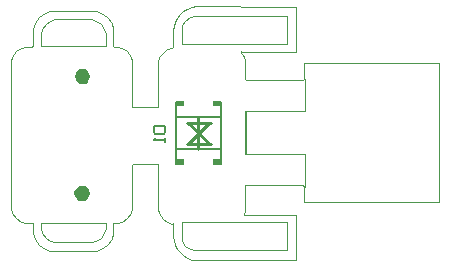
<source format=gbo>
%FSTAX23Y23*%
%MOIN*%
%SFA1B1*%

%IPPOS*%
%ADD11C,0.010000*%
%ADD12C,0.006000*%
%ADD14C,0.007000*%
%ADD15C,0.002700*%
%ADD41C,0.002710*%
%LNusb-1*%
%LPD*%
G36*
X01428Y01724D02*
X01436Y01718D01*
X01441Y0171*
X01443Y01703*
Y01698*
X01441Y01691*
X01436Y01683*
X01428Y01677*
X0142Y01675*
X01415*
X01408Y01677*
X014Y01683*
X01395Y01691*
X01393Y01698*
Y01703*
X01395Y0171*
X014Y01718*
X01408Y01724*
X01415Y01726*
X0142*
X01428Y01724*
G37*
G36*
X0188Y01602D02*
X01852D01*
Y0162*
X0188*
Y01602*
G37*
G36*
X01757D02*
X0173D01*
Y0162*
X01757*
Y01602*
G37*
G36*
X0188Y01407D02*
X01852D01*
Y01425*
X0188*
Y01407*
G37*
G36*
X01757D02*
X0173D01*
Y01425*
X01757*
Y01407*
G37*
G36*
X01427Y01335D02*
X01436Y0133D01*
X01441Y01321*
X01443Y01313*
Y01308*
X01441Y01301*
X01436Y01292*
X01427Y01287*
X01419Y01285*
X01414*
X01407Y01287*
X01398Y01292*
X01393Y01301*
X01391Y01308*
Y01313*
X01393Y01321*
X01398Y0133*
X01407Y01335*
X01414Y01337*
X01419*
X01427Y01335*
G37*
G54D11*
X0184Y01477D02*
X01845D01*
X01805Y01512D02*
X0184Y01477D01*
X0177D02*
X01805Y01512D01*
X01765Y01477D02*
X0177D01*
X01765D02*
X01845D01*
X01765Y01547D02*
X0177D01*
X01805Y01512*
X0184Y01547*
X01845*
X01765D02*
X01845D01*
X01804Y01459D02*
Y01565D01*
G54D12*
X0173Y01565D02*
X01879D01*
X0173Y01459D02*
X01879D01*
X01879Y0141D02*
X0188Y01616D01*
X0173Y01617D02*
X0173Y01409D01*
G54D14*
X01655Y01536D02*
X01694D01*
Y01516*
X01688Y0151*
X01661*
X01655Y01516*
Y01536*
X01694Y01496D02*
Y01483D01*
Y0149*
X01655*
X01661Y01496*
G54D15*
X01963Y01585D02*
D01*
D01*
G75*
G03X0196I-00001J0D01*
G74*G01*
Y01443D02*
D01*
D01*
G75*
G03X01962Y01441I00001J0D01*
G74*G01*
X02159Y01331D02*
Y01441D01*
Y01585D02*
Y01692D01*
X01962Y01441D02*
X02159D01*
X01963Y01444D02*
Y01585D01*
X0196Y01443D02*
Y01585D01*
X01252Y01211D02*
D01*
D01*
G75*
G03X01251Y01212I-00001J0D01*
G74*G01*
Y018D02*
D01*
D01*
G75*
G03X01252Y01802I0J00001D01*
G74*G01*
X01521D02*
D01*
D01*
G75*
G03X01522Y018I00001J0D01*
G74*G01*
X0172Y01798D02*
D01*
D01*
G75*
G03X01721Y01799I-0J00001D01*
G74*G01*
X01947Y01783D02*
D01*
D01*
G75*
G03X01946Y0178I0J-00001D01*
G74*G01*
X0196Y01692D02*
D01*
D01*
G75*
G03X01962Y0169I00001J0D01*
G74*G01*
X02157Y01693D02*
D01*
D01*
G75*
G03X02157Y01695I-00002J00001D01*
G74*G01*
Y01335D02*
D01*
D01*
G75*
G03X02157Y01335I-00002J0D01*
G74*G01*
X01962Y01338D02*
D01*
D01*
G75*
G03X0196Y01336I0J-00001D01*
G74*G01*
X01955Y01242D02*
D01*
D01*
G75*
G03X01957Y0124I00001J-0D01*
G74*G01*
X01721Y01209D02*
D01*
D01*
G75*
G03X0172Y0121I-00001J-0D01*
G74*G01*
X01522Y01212D02*
D01*
D01*
G75*
G03X01521Y01211I0J-00001D01*
G74*G01*
X01583Y01599D02*
X01585Y01598D01*
X01669D02*
X0167Y01599D01*
X01583Y01407D02*
X01585Y01409D01*
X01669D02*
X0167Y01407D01*
X02154Y0169D02*
X02157Y01693D01*
X01962Y0169D02*
X02154D01*
X02154Y01338D02*
X02157Y01335D01*
X02157Y01335D02*
Y01335D01*
X01962Y01338D02*
X02154D01*
X01776Y01125D02*
X01792Y01121D01*
X01761Y01137D02*
X01776Y01125D01*
X01751Y01153D02*
X01761Y01137D01*
X01748Y01166D02*
X01751Y01153D01*
X01748Y01166D02*
Y01214D01*
X02099*
Y01122D02*
Y01214D01*
X02096Y01122D02*
X02099Y01122D01*
X02087Y01122D02*
X02096Y01122D01*
X02074Y01122D02*
X02087Y01122D01*
X02056Y01122D02*
X02074Y01122D01*
X02035Y01122D02*
X02056Y01122D01*
X02012Y01122D02*
X02035Y01122D01*
X01987Y01122D02*
X02012Y01122D01*
X0196Y01122D02*
X01987Y01122D01*
X01933Y01122D02*
X0196Y01122D01*
X01907Y01121D02*
X01933Y01122D01*
X01882Y01121D02*
X01907Y01121D01*
X01858Y01121D02*
X01882Y01121D01*
X01837Y01121D02*
X01858Y01121D01*
X0182Y01121D02*
X01837Y01121D01*
X01806Y01121D02*
X0182Y01121D01*
X018Y01121D02*
X01806Y01121D01*
X01792Y01121D02*
X018D01*
X01295Y01163D02*
X01311Y01152D01*
X01327Y01148*
X01447*
X01463Y01152*
X0148Y01163*
X01491Y0118*
X01496Y01196*
Y01213*
X01279D02*
X01496D01*
X01279Y01196D02*
Y01213D01*
Y01196D02*
X01283Y0118D01*
X01295Y01163*
X01279Y01801D02*
X01496D01*
Y01843*
X01491Y01859D02*
X01496Y01843D01*
X0148Y01876D02*
X01491Y01859D01*
X01463Y01887D02*
X0148Y01876D01*
X01447Y01891D02*
X01463Y01887D01*
X01327Y01891D02*
X01447D01*
X01311Y01887D02*
X01327Y01891D01*
X01295Y01876D02*
X01311Y01887D01*
X01283Y01859D02*
X01295Y01876D01*
X01279Y01843D02*
X01283Y01859D01*
X01279Y01801D02*
Y01843D01*
X01748Y0181D02*
X02099D01*
Y01902*
X02096Y01902D02*
X02099Y01902D01*
X02087Y01902D02*
X02096Y01902D01*
X02074Y01902D02*
X02087Y01902D01*
X02056Y01902D02*
X02074Y01902D01*
X02035Y01902D02*
X02056Y01902D01*
X02012Y01902D02*
X02035Y01902D01*
X01987Y01903D02*
X02012Y01902D01*
X0196Y01903D02*
X01987Y01903D01*
X01933Y01903D02*
X0196Y01903D01*
X01907Y01903D02*
X01933Y01903D01*
X01882Y01903D02*
X01907Y01903D01*
X01858Y01903D02*
X01882Y01903D01*
X01837Y01903D02*
X01858Y01903D01*
X0182Y01903D02*
X01837Y01903D01*
X01806Y01903D02*
X0182Y01903D01*
X018Y01903D02*
X01806Y01903D01*
X01792Y01903D02*
X018D01*
X01776Y01899D02*
X01792Y01903D01*
X01761Y01887D02*
X01776Y01899D01*
X01751Y01872D02*
X01761Y01887D01*
X01748Y01858D02*
X01751Y01872D01*
X01748Y0181D02*
Y01858D01*
X01272Y01138D02*
X01292Y01124D01*
X01258Y01159D02*
X01272Y01138D01*
X01252Y01178D02*
X01258Y01159D01*
X01252Y01178D02*
Y01211D01*
X01229Y01212D02*
X01251D01*
X01213Y01217D02*
X01229Y01212D01*
X01195Y01228D02*
X01213Y01217D01*
X01184Y01246D02*
X01195Y01228D01*
X0118Y01261D02*
X01184Y01246D01*
X0118Y01261D02*
Y01752D01*
X01184Y01767*
X01195Y01785*
X01213Y01796*
X01229Y018*
X01251*
X01252Y01802D02*
Y01859D01*
X01258Y01878*
X01272Y01899*
X01292Y01913*
X01311Y01918*
X01462*
X01481Y01913*
X01501Y01899*
X01516Y01878*
X01521Y01859*
Y01802D02*
Y01859D01*
X01522Y018D02*
X01534D01*
X0155Y01796*
X01567Y01785*
X01579Y01767*
X01583Y01752*
Y01599D02*
Y01752D01*
X01585Y01598D02*
X01669D01*
X0167Y01599D02*
Y01749D01*
X01674Y01764*
X01685Y0178*
X017Y01792*
X01715Y01797*
X0172Y01798*
X01721Y01799D02*
Y01857D01*
X01722Y01868*
X01726Y01882*
X01733Y01896*
X01742Y01908*
X01753Y01919*
X01767Y01927*
X01783Y01932*
X01797Y01934*
X01805*
X01814Y01934*
X01832Y01934*
X01852Y01934*
X01876Y01934*
X01902Y01934*
X0193Y01934*
X01959Y01933*
X01987Y01933*
X02015Y01933*
X02042Y01933*
X02066Y01933*
X02088Y01932*
X02106Y01932*
X0212Y01932*
X02129Y01932*
X02131Y01932*
Y01783D02*
Y01932D01*
X01947Y01783D02*
X02131D01*
X01946Y0178D02*
X01947Y01779D01*
X01952Y01773*
X01956Y01764*
X01959Y01754*
X0196Y01746*
Y01692D02*
Y01746D01*
X02157Y01695D02*
Y01747D01*
X02607*
Y01282D02*
Y01747D01*
X02157Y01282D02*
X02607D01*
X02157D02*
Y01335D01*
X0196Y01261D02*
Y01336D01*
X01959Y01252D02*
X0196Y01261D01*
X01956Y01243D02*
X01959Y01252D01*
X01955Y01242D02*
X01956Y01243D01*
X01957Y0124D02*
X02131D01*
Y0109D02*
Y0124D01*
X02129Y0109D02*
X02131Y0109D01*
X0212Y0109D02*
X02129Y0109D01*
X02106Y0109D02*
X0212Y0109D01*
X02088Y0109D02*
X02106Y0109D01*
X02066Y0109D02*
X02088Y0109D01*
X02042Y0109D02*
X02066Y0109D01*
X02015Y0109D02*
X02042Y0109D01*
X01987Y01089D02*
X02015Y0109D01*
X01959Y01089D02*
X01987Y01089D01*
X0193Y01089D02*
X01959Y01089D01*
X01902Y01089D02*
X0193Y01089D01*
X01876Y01089D02*
X01902Y01089D01*
X01852Y01088D02*
X01876Y01089D01*
X01832Y01088D02*
X01852Y01088D01*
X01814Y01088D02*
X01832Y01088D01*
X01805Y01088D02*
X01814Y01088D01*
X01797Y01088D02*
X01805D01*
X01783Y0109D02*
X01797Y01088D01*
X01767Y01095D02*
X01783Y0109D01*
X01753Y01104D02*
X01767Y01095D01*
X01742Y01114D02*
X01753Y01104D01*
X01733Y01127D02*
X01742Y01114D01*
X01726Y0114D02*
X01733Y01127D01*
X01722Y01155D02*
X01726Y0114D01*
X01721Y01165D02*
X01722Y01155D01*
X01721Y01165D02*
Y01209D01*
X01715Y0121D02*
X0172Y0121D01*
X017Y01215D02*
X01715Y0121D01*
X01685Y01227D02*
X017Y01215D01*
X01674Y01244D02*
X01685Y01227D01*
X0167Y01259D02*
X01674Y01244D01*
X0167Y01259D02*
Y01407D01*
X01585Y01409D02*
X01669D01*
X01583Y01261D02*
Y01407D01*
X01579Y01246D02*
X01583Y01261D01*
X01567Y01228D02*
X01579Y01246D01*
X0155Y01217D02*
X01567Y01228D01*
X01534Y01212D02*
X0155Y01217D01*
X01522Y01212D02*
X01534D01*
X01521Y01178D02*
Y01211D01*
X01516Y01159D02*
X01521Y01178D01*
X01501Y01138D02*
X01516Y01159D01*
X01481Y01124D02*
X01501Y01138D01*
X01462Y01119D02*
X01481Y01124D01*
X01311Y01119D02*
X01462D01*
X01292Y01124D02*
X01311Y01119D01*
G54D41*
X01962Y01443D02*
Y01585D01*
X02159*
M02*
</source>
